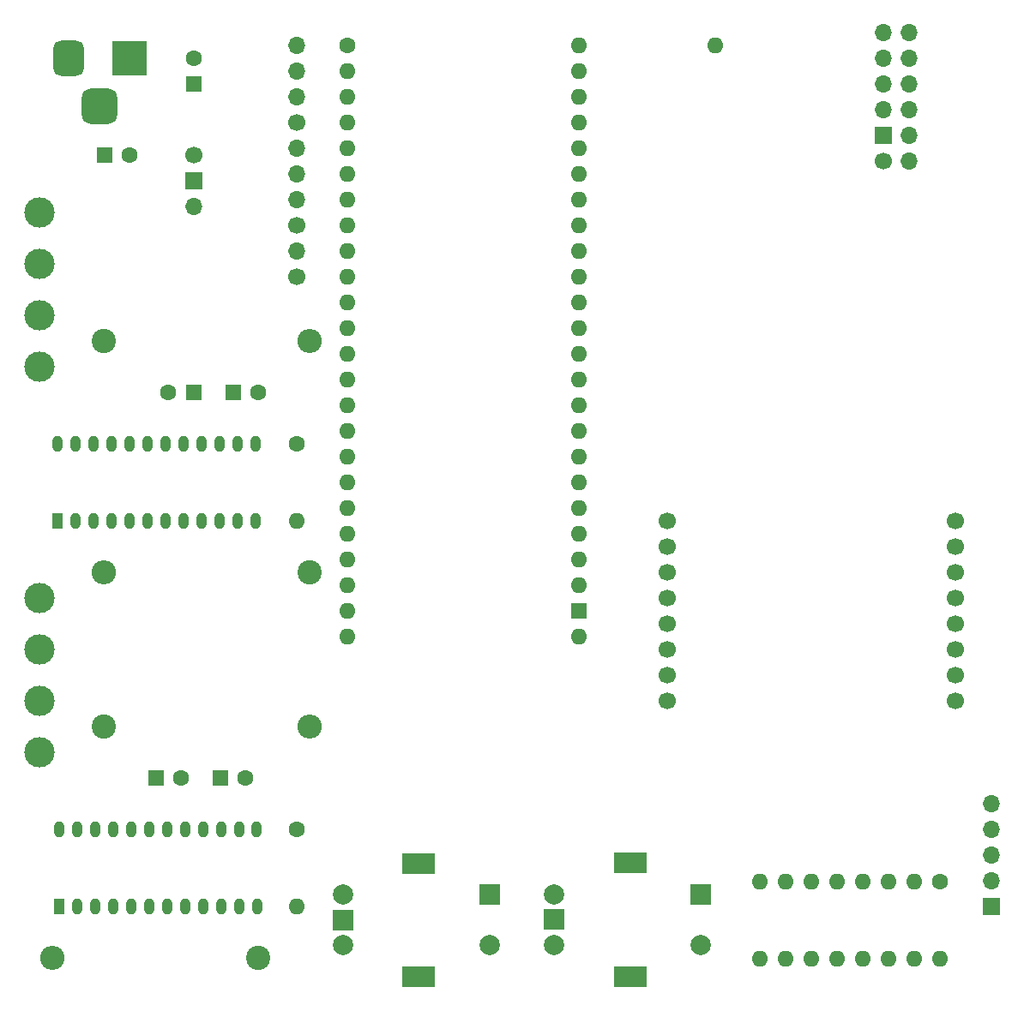
<source format=gbs>
%TF.GenerationSoftware,KiCad,Pcbnew,(6.0.9)*%
%TF.CreationDate,2022-12-03T04:14:12+09:00*%
%TF.ProjectId,tangnano9k_motordriver,74616e67-6e61-46e6-9f39-6b5f6d6f746f,rev?*%
%TF.SameCoordinates,Original*%
%TF.FileFunction,Soldermask,Bot*%
%TF.FilePolarity,Negative*%
%FSLAX46Y46*%
G04 Gerber Fmt 4.6, Leading zero omitted, Abs format (unit mm)*
G04 Created by KiCad (PCBNEW (6.0.9)) date 2022-12-03 04:14:12*
%MOMM*%
%LPD*%
G01*
G04 APERTURE LIST*
G04 Aperture macros list*
%AMRoundRect*
0 Rectangle with rounded corners*
0 $1 Rounding radius*
0 $2 $3 $4 $5 $6 $7 $8 $9 X,Y pos of 4 corners*
0 Add a 4 corners polygon primitive as box body*
4,1,4,$2,$3,$4,$5,$6,$7,$8,$9,$2,$3,0*
0 Add four circle primitives for the rounded corners*
1,1,$1+$1,$2,$3*
1,1,$1+$1,$4,$5*
1,1,$1+$1,$6,$7*
1,1,$1+$1,$8,$9*
0 Add four rect primitives between the rounded corners*
20,1,$1+$1,$2,$3,$4,$5,0*
20,1,$1+$1,$4,$5,$6,$7,0*
20,1,$1+$1,$6,$7,$8,$9,0*
20,1,$1+$1,$8,$9,$2,$3,0*%
G04 Aperture macros list end*
%ADD10C,2.400000*%
%ADD11O,2.400000X2.400000*%
%ADD12C,1.600000*%
%ADD13O,1.600000X1.600000*%
%ADD14R,1.600000X1.600000*%
%ADD15C,2.000000*%
%ADD16R,2.000000X2.000000*%
%ADD17R,3.200000X2.000000*%
%ADD18R,1.000000X1.600000*%
%ADD19O,1.000000X1.600000*%
%ADD20C,1.700000*%
%ADD21R,1.700000X1.700000*%
%ADD22O,1.700000X1.700000*%
%ADD23R,3.500000X3.500000*%
%ADD24RoundRect,0.750000X-0.750000X-1.000000X0.750000X-1.000000X0.750000X1.000000X-0.750000X1.000000X0*%
%ADD25RoundRect,0.875000X-0.875000X-0.875000X0.875000X-0.875000X0.875000X0.875000X-0.875000X0.875000X0*%
%ADD26C,3.000000*%
G04 APERTURE END LIST*
D10*
%TO.C,R2*%
X91440000Y-102870000D03*
D11*
X71120000Y-102870000D03*
%TD*%
D10*
%TO.C,R3*%
X71120000Y-80010000D03*
D11*
X91440000Y-80010000D03*
%TD*%
D12*
%TO.C,R1*%
X90170000Y-90170000D03*
D13*
X90170000Y-97790000D03*
%TD*%
D12*
%TO.C,C4*%
X86360000Y-85090000D03*
D14*
X83860000Y-85090000D03*
%TD*%
D13*
%TO.C,*%
X131445000Y-50800000D03*
%TD*%
D12*
%TO.C,C1*%
X80010000Y-52070000D03*
D14*
X80010000Y-54570000D03*
%TD*%
D15*
%TO.C,Rotary_SW1*%
X94720000Y-134700000D03*
X94720000Y-139700000D03*
D16*
X94720000Y-137200000D03*
D17*
X102220000Y-142800000D03*
X102220000Y-131600000D03*
D15*
X109220000Y-139700000D03*
D16*
X109220000Y-134700000D03*
%TD*%
D18*
%TO.C,U2*%
X66557702Y-97755000D03*
D19*
X68335702Y-97755000D03*
X70113702Y-97755000D03*
X71891702Y-97755000D03*
X73669702Y-97755000D03*
X75447702Y-97755000D03*
X77225702Y-97755000D03*
X79003702Y-97755000D03*
X80781702Y-97755000D03*
X82559702Y-97755000D03*
X84337702Y-97755000D03*
X86115702Y-97755000D03*
X86065702Y-90155000D03*
X84325702Y-90155000D03*
X82547702Y-90155000D03*
X80769702Y-90155000D03*
X78991702Y-90155000D03*
X77213702Y-90155000D03*
X75435702Y-90155000D03*
X73657702Y-90155000D03*
X71879702Y-90155000D03*
X70101702Y-90155000D03*
X68323702Y-90155000D03*
X66545702Y-90155000D03*
%TD*%
D12*
%TO.C,C6*%
X85090000Y-123190000D03*
D14*
X82590000Y-123190000D03*
%TD*%
D20*
%TO.C,U1*%
X80010000Y-61595000D03*
D21*
X80010000Y-64135000D03*
D22*
X80010000Y-66675000D03*
%TD*%
D10*
%TO.C,R5*%
X86360000Y-140970000D03*
D11*
X66040000Y-140970000D03*
%TD*%
D21*
%TO.C,J7*%
X158750000Y-135890000D03*
D22*
X158750000Y-133350000D03*
X158750000Y-130810000D03*
X158750000Y-128270000D03*
X158750000Y-125730000D03*
%TD*%
D18*
%TO.C,U5*%
X66687000Y-135855000D03*
D19*
X68465000Y-135855000D03*
X70243000Y-135855000D03*
X72021000Y-135855000D03*
X73799000Y-135855000D03*
X75577000Y-135855000D03*
X77355000Y-135855000D03*
X79133000Y-135855000D03*
X80911000Y-135855000D03*
X82689000Y-135855000D03*
X84467000Y-135855000D03*
X86245000Y-135855000D03*
X86195000Y-128255000D03*
X84455000Y-128255000D03*
X82677000Y-128255000D03*
X80899000Y-128255000D03*
X79121000Y-128255000D03*
X77343000Y-128255000D03*
X75565000Y-128255000D03*
X73787000Y-128255000D03*
X72009000Y-128255000D03*
X70231000Y-128255000D03*
X68453000Y-128255000D03*
X66675000Y-128255000D03*
%TD*%
D12*
%TO.C,C5*%
X78740000Y-123190000D03*
D14*
X76240000Y-123190000D03*
%TD*%
D20*
%TO.C,U4*%
X155150000Y-115510000D03*
X155170000Y-112970000D03*
X155170000Y-110430000D03*
X155170000Y-107890000D03*
X155170000Y-105350000D03*
X155170000Y-102810000D03*
X155170000Y-100270000D03*
X155170000Y-97730000D03*
X126690000Y-97790000D03*
X126690000Y-100330000D03*
X126690000Y-102870000D03*
X126690000Y-105410000D03*
X126690000Y-107950000D03*
X126690000Y-110490000D03*
X126690000Y-113030000D03*
X126690000Y-115570000D03*
%TD*%
D23*
%TO.C,J1*%
X73660000Y-52070000D03*
D24*
X67660000Y-52070000D03*
D25*
X70660000Y-56770000D03*
%TD*%
D12*
%TO.C,U3*%
X95187500Y-50800000D03*
D13*
X95187500Y-53340000D03*
X95187500Y-55880000D03*
X95187500Y-58420000D03*
X95187500Y-60960000D03*
X95187500Y-63500000D03*
X95187500Y-66040000D03*
X95187500Y-68580000D03*
X95187500Y-71120000D03*
X95187500Y-73660000D03*
X95187500Y-76200000D03*
X95187500Y-78740000D03*
X95187500Y-81280000D03*
X95187500Y-83820000D03*
X95187500Y-86360000D03*
X95187500Y-88900000D03*
X95187500Y-91440000D03*
X95187500Y-93980000D03*
X95187500Y-96520000D03*
X95187500Y-99060000D03*
X95187500Y-101600000D03*
X95187500Y-104140000D03*
X95187500Y-106680000D03*
X95187500Y-109220000D03*
X118047500Y-109220000D03*
D14*
X118047500Y-106680000D03*
D13*
X118047500Y-104140000D03*
X118047500Y-101600000D03*
X118047500Y-99060000D03*
X118047500Y-96520000D03*
X118047500Y-93980000D03*
X118047500Y-91440000D03*
X118047500Y-88900000D03*
X118047500Y-86360000D03*
X118047500Y-83820000D03*
X118047500Y-81280000D03*
X118047500Y-78740000D03*
X118047500Y-76200000D03*
X118047500Y-73660000D03*
X118047500Y-71120000D03*
X118047500Y-68580000D03*
X118047500Y-66040000D03*
X118047500Y-63500000D03*
X118047500Y-60960000D03*
X118047500Y-58420000D03*
X118047500Y-55880000D03*
X118047500Y-53340000D03*
X118047500Y-50800000D03*
%TD*%
D12*
%TO.C,C2*%
X73660000Y-61595000D03*
D14*
X71160000Y-61595000D03*
%TD*%
D20*
%TO.C,J5*%
X90170000Y-68570000D03*
D22*
X90170000Y-66030000D03*
X90170000Y-63490000D03*
X90170000Y-60950000D03*
%TD*%
D12*
%TO.C,R4*%
X90170000Y-128270000D03*
D13*
X90170000Y-135890000D03*
%TD*%
D20*
%TO.C,J6*%
X90170000Y-73660000D03*
D22*
X90170000Y-71120000D03*
%TD*%
D26*
%TO.C,J3*%
X64770000Y-105410000D03*
X64770000Y-110490000D03*
X64770000Y-115570000D03*
X64770000Y-120650000D03*
%TD*%
D20*
%TO.C,J4*%
X90170000Y-58410000D03*
D22*
X90170000Y-55870000D03*
X90170000Y-53330000D03*
X90170000Y-50790000D03*
%TD*%
D20*
%TO.C,J8*%
X148045000Y-62205000D03*
D22*
X150585000Y-62205000D03*
D21*
X148045000Y-59665000D03*
D22*
X150585000Y-59665000D03*
X148045000Y-57125000D03*
X150585000Y-57125000D03*
X148045000Y-54585000D03*
X150585000Y-54585000D03*
X148045000Y-52045000D03*
X150585000Y-52045000D03*
X148045000Y-49505000D03*
X150585000Y-49505000D03*
%TD*%
D26*
%TO.C,J2*%
X64770000Y-67310000D03*
X64770000Y-72390000D03*
X64770000Y-77470000D03*
X64770000Y-82550000D03*
%TD*%
D12*
%TO.C,C3*%
X77470000Y-85090000D03*
D14*
X79970000Y-85090000D03*
%TD*%
D15*
%TO.C,Rotary_SW2*%
X115570000Y-134660000D03*
X115570000Y-139660000D03*
D16*
X115570000Y-137160000D03*
D17*
X123070000Y-131560000D03*
X123070000Y-142760000D03*
D15*
X130070000Y-139660000D03*
D16*
X130070000Y-134660000D03*
%TD*%
D12*
%TO.C,SW3*%
X153680000Y-133392500D03*
D13*
X151140000Y-133392500D03*
X148600000Y-133392500D03*
X146060000Y-133392500D03*
X143520000Y-133392500D03*
X140980000Y-133392500D03*
X138440000Y-133392500D03*
X135900000Y-133392500D03*
X135900000Y-141012500D03*
X138440000Y-141012500D03*
X140980000Y-141012500D03*
X143520000Y-141012500D03*
X146060000Y-141012500D03*
X148600000Y-141012500D03*
X151140000Y-141012500D03*
X153680000Y-141012500D03*
%TD*%
D10*
%TO.C,R6*%
X71120000Y-118110000D03*
D11*
X91440000Y-118110000D03*
%TD*%
M02*

</source>
